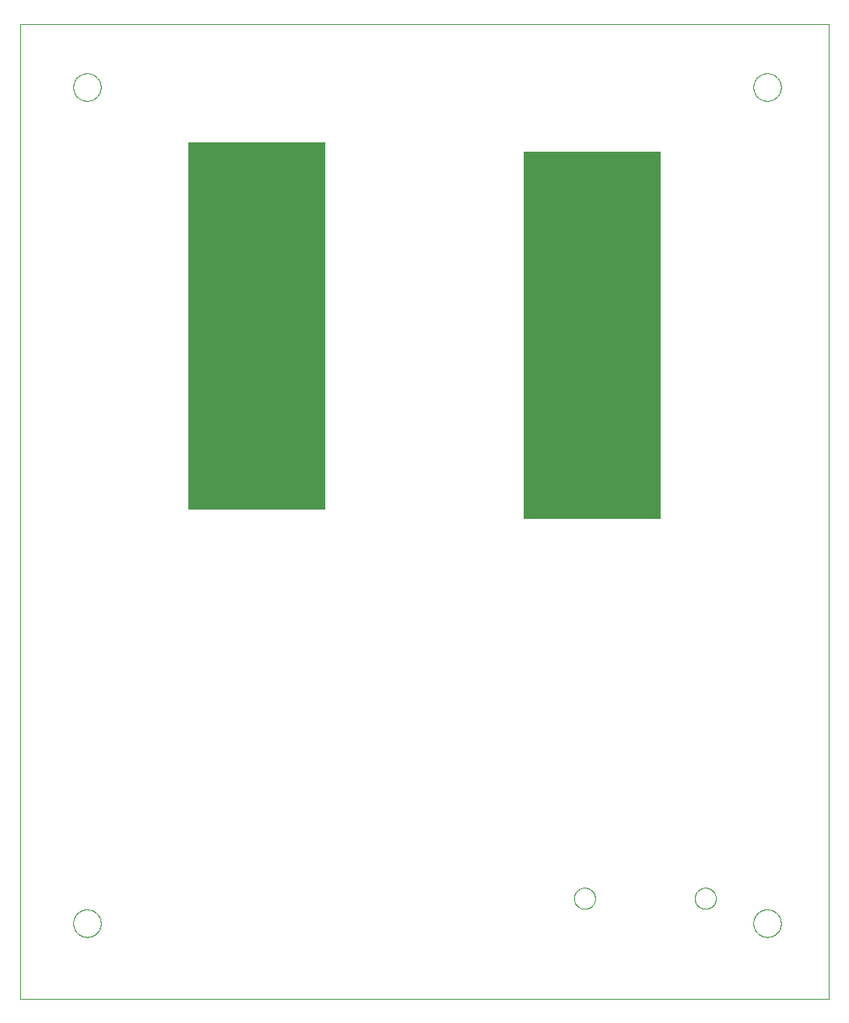
<source format=gbp>
G04 EAGLE Gerber RS-274X export*
G75*
%MOMM*%
%FSLAX34Y34*%
%LPD*%
%INSolder paste bottom*%
%IPPOS*%
%AMOC8*
5,1,8,0,0,1.08239X$1,22.5*%
G01*
%ADD10C,0.001000*%
%ADD11C,0.000000*%
%ADD12R,15.000000X40.000000*%


D10*
X12286Y7998D02*
X892286Y7998D01*
X892286Y1068368D01*
X12286Y1068368D01*
X12286Y7998D01*
D11*
X614800Y117099D02*
X614803Y117381D01*
X614814Y117663D01*
X614831Y117945D01*
X614855Y118226D01*
X614886Y118507D01*
X614924Y118786D01*
X614969Y119065D01*
X615021Y119343D01*
X615079Y119619D01*
X615145Y119893D01*
X615217Y120166D01*
X615295Y120437D01*
X615380Y120706D01*
X615472Y120973D01*
X615571Y121238D01*
X615675Y121500D01*
X615787Y121759D01*
X615904Y122016D01*
X616028Y122270D01*
X616158Y122520D01*
X616294Y122767D01*
X616436Y123011D01*
X616584Y123251D01*
X616738Y123488D01*
X616898Y123721D01*
X617063Y123950D01*
X617234Y124174D01*
X617410Y124395D01*
X617592Y124610D01*
X617779Y124822D01*
X617971Y125029D01*
X618168Y125231D01*
X618370Y125428D01*
X618577Y125620D01*
X618789Y125807D01*
X619004Y125989D01*
X619225Y126165D01*
X619449Y126336D01*
X619678Y126501D01*
X619911Y126661D01*
X620148Y126815D01*
X620388Y126963D01*
X620632Y127105D01*
X620879Y127241D01*
X621129Y127371D01*
X621383Y127495D01*
X621640Y127612D01*
X621899Y127724D01*
X622161Y127828D01*
X622426Y127927D01*
X622693Y128019D01*
X622962Y128104D01*
X623233Y128182D01*
X623506Y128254D01*
X623780Y128320D01*
X624056Y128378D01*
X624334Y128430D01*
X624613Y128475D01*
X624892Y128513D01*
X625173Y128544D01*
X625454Y128568D01*
X625736Y128585D01*
X626018Y128596D01*
X626300Y128599D01*
X626582Y128596D01*
X626864Y128585D01*
X627146Y128568D01*
X627427Y128544D01*
X627708Y128513D01*
X627987Y128475D01*
X628266Y128430D01*
X628544Y128378D01*
X628820Y128320D01*
X629094Y128254D01*
X629367Y128182D01*
X629638Y128104D01*
X629907Y128019D01*
X630174Y127927D01*
X630439Y127828D01*
X630701Y127724D01*
X630960Y127612D01*
X631217Y127495D01*
X631471Y127371D01*
X631721Y127241D01*
X631968Y127105D01*
X632212Y126963D01*
X632452Y126815D01*
X632689Y126661D01*
X632922Y126501D01*
X633151Y126336D01*
X633375Y126165D01*
X633596Y125989D01*
X633811Y125807D01*
X634023Y125620D01*
X634230Y125428D01*
X634432Y125231D01*
X634629Y125029D01*
X634821Y124822D01*
X635008Y124610D01*
X635190Y124395D01*
X635366Y124174D01*
X635537Y123950D01*
X635702Y123721D01*
X635862Y123488D01*
X636016Y123251D01*
X636164Y123011D01*
X636306Y122767D01*
X636442Y122520D01*
X636572Y122270D01*
X636696Y122016D01*
X636813Y121759D01*
X636925Y121500D01*
X637029Y121238D01*
X637128Y120973D01*
X637220Y120706D01*
X637305Y120437D01*
X637383Y120166D01*
X637455Y119893D01*
X637521Y119619D01*
X637579Y119343D01*
X637631Y119065D01*
X637676Y118786D01*
X637714Y118507D01*
X637745Y118226D01*
X637769Y117945D01*
X637786Y117663D01*
X637797Y117381D01*
X637800Y117099D01*
X637797Y116817D01*
X637786Y116535D01*
X637769Y116253D01*
X637745Y115972D01*
X637714Y115691D01*
X637676Y115412D01*
X637631Y115133D01*
X637579Y114855D01*
X637521Y114579D01*
X637455Y114305D01*
X637383Y114032D01*
X637305Y113761D01*
X637220Y113492D01*
X637128Y113225D01*
X637029Y112960D01*
X636925Y112698D01*
X636813Y112439D01*
X636696Y112182D01*
X636572Y111928D01*
X636442Y111678D01*
X636306Y111431D01*
X636164Y111187D01*
X636016Y110947D01*
X635862Y110710D01*
X635702Y110477D01*
X635537Y110248D01*
X635366Y110024D01*
X635190Y109803D01*
X635008Y109588D01*
X634821Y109376D01*
X634629Y109169D01*
X634432Y108967D01*
X634230Y108770D01*
X634023Y108578D01*
X633811Y108391D01*
X633596Y108209D01*
X633375Y108033D01*
X633151Y107862D01*
X632922Y107697D01*
X632689Y107537D01*
X632452Y107383D01*
X632212Y107235D01*
X631968Y107093D01*
X631721Y106957D01*
X631471Y106827D01*
X631217Y106703D01*
X630960Y106586D01*
X630701Y106474D01*
X630439Y106370D01*
X630174Y106271D01*
X629907Y106179D01*
X629638Y106094D01*
X629367Y106016D01*
X629094Y105944D01*
X628820Y105878D01*
X628544Y105820D01*
X628266Y105768D01*
X627987Y105723D01*
X627708Y105685D01*
X627427Y105654D01*
X627146Y105630D01*
X626864Y105613D01*
X626582Y105602D01*
X626300Y105599D01*
X626018Y105602D01*
X625736Y105613D01*
X625454Y105630D01*
X625173Y105654D01*
X624892Y105685D01*
X624613Y105723D01*
X624334Y105768D01*
X624056Y105820D01*
X623780Y105878D01*
X623506Y105944D01*
X623233Y106016D01*
X622962Y106094D01*
X622693Y106179D01*
X622426Y106271D01*
X622161Y106370D01*
X621899Y106474D01*
X621640Y106586D01*
X621383Y106703D01*
X621129Y106827D01*
X620879Y106957D01*
X620632Y107093D01*
X620388Y107235D01*
X620148Y107383D01*
X619911Y107537D01*
X619678Y107697D01*
X619449Y107862D01*
X619225Y108033D01*
X619004Y108209D01*
X618789Y108391D01*
X618577Y108578D01*
X618370Y108770D01*
X618168Y108967D01*
X617971Y109169D01*
X617779Y109376D01*
X617592Y109588D01*
X617410Y109803D01*
X617234Y110024D01*
X617063Y110248D01*
X616898Y110477D01*
X616738Y110710D01*
X616584Y110947D01*
X616436Y111187D01*
X616294Y111431D01*
X616158Y111678D01*
X616028Y111928D01*
X615904Y112182D01*
X615787Y112439D01*
X615675Y112698D01*
X615571Y112960D01*
X615472Y113225D01*
X615380Y113492D01*
X615295Y113761D01*
X615217Y114032D01*
X615145Y114305D01*
X615079Y114579D01*
X615021Y114855D01*
X614969Y115133D01*
X614924Y115412D01*
X614886Y115691D01*
X614855Y115972D01*
X614831Y116253D01*
X614814Y116535D01*
X614803Y116817D01*
X614800Y117099D01*
X746200Y117099D02*
X746203Y117381D01*
X746214Y117663D01*
X746231Y117945D01*
X746255Y118226D01*
X746286Y118507D01*
X746324Y118786D01*
X746369Y119065D01*
X746421Y119343D01*
X746479Y119619D01*
X746545Y119893D01*
X746617Y120166D01*
X746695Y120437D01*
X746780Y120706D01*
X746872Y120973D01*
X746971Y121238D01*
X747075Y121500D01*
X747187Y121759D01*
X747304Y122016D01*
X747428Y122270D01*
X747558Y122520D01*
X747694Y122767D01*
X747836Y123011D01*
X747984Y123251D01*
X748138Y123488D01*
X748298Y123721D01*
X748463Y123950D01*
X748634Y124174D01*
X748810Y124395D01*
X748992Y124610D01*
X749179Y124822D01*
X749371Y125029D01*
X749568Y125231D01*
X749770Y125428D01*
X749977Y125620D01*
X750189Y125807D01*
X750404Y125989D01*
X750625Y126165D01*
X750849Y126336D01*
X751078Y126501D01*
X751311Y126661D01*
X751548Y126815D01*
X751788Y126963D01*
X752032Y127105D01*
X752279Y127241D01*
X752529Y127371D01*
X752783Y127495D01*
X753040Y127612D01*
X753299Y127724D01*
X753561Y127828D01*
X753826Y127927D01*
X754093Y128019D01*
X754362Y128104D01*
X754633Y128182D01*
X754906Y128254D01*
X755180Y128320D01*
X755456Y128378D01*
X755734Y128430D01*
X756013Y128475D01*
X756292Y128513D01*
X756573Y128544D01*
X756854Y128568D01*
X757136Y128585D01*
X757418Y128596D01*
X757700Y128599D01*
X757982Y128596D01*
X758264Y128585D01*
X758546Y128568D01*
X758827Y128544D01*
X759108Y128513D01*
X759387Y128475D01*
X759666Y128430D01*
X759944Y128378D01*
X760220Y128320D01*
X760494Y128254D01*
X760767Y128182D01*
X761038Y128104D01*
X761307Y128019D01*
X761574Y127927D01*
X761839Y127828D01*
X762101Y127724D01*
X762360Y127612D01*
X762617Y127495D01*
X762871Y127371D01*
X763121Y127241D01*
X763368Y127105D01*
X763612Y126963D01*
X763852Y126815D01*
X764089Y126661D01*
X764322Y126501D01*
X764551Y126336D01*
X764775Y126165D01*
X764996Y125989D01*
X765211Y125807D01*
X765423Y125620D01*
X765630Y125428D01*
X765832Y125231D01*
X766029Y125029D01*
X766221Y124822D01*
X766408Y124610D01*
X766590Y124395D01*
X766766Y124174D01*
X766937Y123950D01*
X767102Y123721D01*
X767262Y123488D01*
X767416Y123251D01*
X767564Y123011D01*
X767706Y122767D01*
X767842Y122520D01*
X767972Y122270D01*
X768096Y122016D01*
X768213Y121759D01*
X768325Y121500D01*
X768429Y121238D01*
X768528Y120973D01*
X768620Y120706D01*
X768705Y120437D01*
X768783Y120166D01*
X768855Y119893D01*
X768921Y119619D01*
X768979Y119343D01*
X769031Y119065D01*
X769076Y118786D01*
X769114Y118507D01*
X769145Y118226D01*
X769169Y117945D01*
X769186Y117663D01*
X769197Y117381D01*
X769200Y117099D01*
X769197Y116817D01*
X769186Y116535D01*
X769169Y116253D01*
X769145Y115972D01*
X769114Y115691D01*
X769076Y115412D01*
X769031Y115133D01*
X768979Y114855D01*
X768921Y114579D01*
X768855Y114305D01*
X768783Y114032D01*
X768705Y113761D01*
X768620Y113492D01*
X768528Y113225D01*
X768429Y112960D01*
X768325Y112698D01*
X768213Y112439D01*
X768096Y112182D01*
X767972Y111928D01*
X767842Y111678D01*
X767706Y111431D01*
X767564Y111187D01*
X767416Y110947D01*
X767262Y110710D01*
X767102Y110477D01*
X766937Y110248D01*
X766766Y110024D01*
X766590Y109803D01*
X766408Y109588D01*
X766221Y109376D01*
X766029Y109169D01*
X765832Y108967D01*
X765630Y108770D01*
X765423Y108578D01*
X765211Y108391D01*
X764996Y108209D01*
X764775Y108033D01*
X764551Y107862D01*
X764322Y107697D01*
X764089Y107537D01*
X763852Y107383D01*
X763612Y107235D01*
X763368Y107093D01*
X763121Y106957D01*
X762871Y106827D01*
X762617Y106703D01*
X762360Y106586D01*
X762101Y106474D01*
X761839Y106370D01*
X761574Y106271D01*
X761307Y106179D01*
X761038Y106094D01*
X760767Y106016D01*
X760494Y105944D01*
X760220Y105878D01*
X759944Y105820D01*
X759666Y105768D01*
X759387Y105723D01*
X759108Y105685D01*
X758827Y105654D01*
X758546Y105630D01*
X758264Y105613D01*
X757982Y105602D01*
X757700Y105599D01*
X757418Y105602D01*
X757136Y105613D01*
X756854Y105630D01*
X756573Y105654D01*
X756292Y105685D01*
X756013Y105723D01*
X755734Y105768D01*
X755456Y105820D01*
X755180Y105878D01*
X754906Y105944D01*
X754633Y106016D01*
X754362Y106094D01*
X754093Y106179D01*
X753826Y106271D01*
X753561Y106370D01*
X753299Y106474D01*
X753040Y106586D01*
X752783Y106703D01*
X752529Y106827D01*
X752279Y106957D01*
X752032Y107093D01*
X751788Y107235D01*
X751548Y107383D01*
X751311Y107537D01*
X751078Y107697D01*
X750849Y107862D01*
X750625Y108033D01*
X750404Y108209D01*
X750189Y108391D01*
X749977Y108578D01*
X749770Y108770D01*
X749568Y108967D01*
X749371Y109169D01*
X749179Y109376D01*
X748992Y109588D01*
X748810Y109803D01*
X748634Y110024D01*
X748463Y110248D01*
X748298Y110477D01*
X748138Y110710D01*
X747984Y110947D01*
X747836Y111187D01*
X747694Y111431D01*
X747558Y111678D01*
X747428Y111928D01*
X747304Y112182D01*
X747187Y112439D01*
X747075Y112698D01*
X746971Y112960D01*
X746872Y113225D01*
X746780Y113492D01*
X746695Y113761D01*
X746617Y114032D01*
X746545Y114305D01*
X746479Y114579D01*
X746421Y114855D01*
X746369Y115133D01*
X746324Y115412D01*
X746286Y115691D01*
X746255Y115972D01*
X746231Y116253D01*
X746214Y116535D01*
X746203Y116817D01*
X746200Y117099D01*
D12*
X635000Y730000D03*
X270000Y740000D03*
D11*
X70000Y90000D02*
X70005Y90368D01*
X70018Y90736D01*
X70041Y91103D01*
X70072Y91470D01*
X70113Y91836D01*
X70162Y92201D01*
X70221Y92564D01*
X70288Y92926D01*
X70364Y93287D01*
X70450Y93645D01*
X70543Y94001D01*
X70646Y94354D01*
X70757Y94705D01*
X70877Y95053D01*
X71005Y95398D01*
X71142Y95740D01*
X71287Y96079D01*
X71440Y96413D01*
X71602Y96744D01*
X71771Y97071D01*
X71949Y97393D01*
X72134Y97712D01*
X72327Y98025D01*
X72528Y98334D01*
X72736Y98637D01*
X72952Y98935D01*
X73175Y99228D01*
X73405Y99516D01*
X73642Y99798D01*
X73886Y100073D01*
X74136Y100343D01*
X74393Y100607D01*
X74657Y100864D01*
X74927Y101114D01*
X75202Y101358D01*
X75484Y101595D01*
X75772Y101825D01*
X76065Y102048D01*
X76363Y102264D01*
X76666Y102472D01*
X76975Y102673D01*
X77288Y102866D01*
X77607Y103051D01*
X77929Y103229D01*
X78256Y103398D01*
X78587Y103560D01*
X78921Y103713D01*
X79260Y103858D01*
X79602Y103995D01*
X79947Y104123D01*
X80295Y104243D01*
X80646Y104354D01*
X80999Y104457D01*
X81355Y104550D01*
X81713Y104636D01*
X82074Y104712D01*
X82436Y104779D01*
X82799Y104838D01*
X83164Y104887D01*
X83530Y104928D01*
X83897Y104959D01*
X84264Y104982D01*
X84632Y104995D01*
X85000Y105000D01*
X85368Y104995D01*
X85736Y104982D01*
X86103Y104959D01*
X86470Y104928D01*
X86836Y104887D01*
X87201Y104838D01*
X87564Y104779D01*
X87926Y104712D01*
X88287Y104636D01*
X88645Y104550D01*
X89001Y104457D01*
X89354Y104354D01*
X89705Y104243D01*
X90053Y104123D01*
X90398Y103995D01*
X90740Y103858D01*
X91079Y103713D01*
X91413Y103560D01*
X91744Y103398D01*
X92071Y103229D01*
X92393Y103051D01*
X92712Y102866D01*
X93025Y102673D01*
X93334Y102472D01*
X93637Y102264D01*
X93935Y102048D01*
X94228Y101825D01*
X94516Y101595D01*
X94798Y101358D01*
X95073Y101114D01*
X95343Y100864D01*
X95607Y100607D01*
X95864Y100343D01*
X96114Y100073D01*
X96358Y99798D01*
X96595Y99516D01*
X96825Y99228D01*
X97048Y98935D01*
X97264Y98637D01*
X97472Y98334D01*
X97673Y98025D01*
X97866Y97712D01*
X98051Y97393D01*
X98229Y97071D01*
X98398Y96744D01*
X98560Y96413D01*
X98713Y96079D01*
X98858Y95740D01*
X98995Y95398D01*
X99123Y95053D01*
X99243Y94705D01*
X99354Y94354D01*
X99457Y94001D01*
X99550Y93645D01*
X99636Y93287D01*
X99712Y92926D01*
X99779Y92564D01*
X99838Y92201D01*
X99887Y91836D01*
X99928Y91470D01*
X99959Y91103D01*
X99982Y90736D01*
X99995Y90368D01*
X100000Y90000D01*
X99995Y89632D01*
X99982Y89264D01*
X99959Y88897D01*
X99928Y88530D01*
X99887Y88164D01*
X99838Y87799D01*
X99779Y87436D01*
X99712Y87074D01*
X99636Y86713D01*
X99550Y86355D01*
X99457Y85999D01*
X99354Y85646D01*
X99243Y85295D01*
X99123Y84947D01*
X98995Y84602D01*
X98858Y84260D01*
X98713Y83921D01*
X98560Y83587D01*
X98398Y83256D01*
X98229Y82929D01*
X98051Y82607D01*
X97866Y82288D01*
X97673Y81975D01*
X97472Y81666D01*
X97264Y81363D01*
X97048Y81065D01*
X96825Y80772D01*
X96595Y80484D01*
X96358Y80202D01*
X96114Y79927D01*
X95864Y79657D01*
X95607Y79393D01*
X95343Y79136D01*
X95073Y78886D01*
X94798Y78642D01*
X94516Y78405D01*
X94228Y78175D01*
X93935Y77952D01*
X93637Y77736D01*
X93334Y77528D01*
X93025Y77327D01*
X92712Y77134D01*
X92393Y76949D01*
X92071Y76771D01*
X91744Y76602D01*
X91413Y76440D01*
X91079Y76287D01*
X90740Y76142D01*
X90398Y76005D01*
X90053Y75877D01*
X89705Y75757D01*
X89354Y75646D01*
X89001Y75543D01*
X88645Y75450D01*
X88287Y75364D01*
X87926Y75288D01*
X87564Y75221D01*
X87201Y75162D01*
X86836Y75113D01*
X86470Y75072D01*
X86103Y75041D01*
X85736Y75018D01*
X85368Y75005D01*
X85000Y75000D01*
X84632Y75005D01*
X84264Y75018D01*
X83897Y75041D01*
X83530Y75072D01*
X83164Y75113D01*
X82799Y75162D01*
X82436Y75221D01*
X82074Y75288D01*
X81713Y75364D01*
X81355Y75450D01*
X80999Y75543D01*
X80646Y75646D01*
X80295Y75757D01*
X79947Y75877D01*
X79602Y76005D01*
X79260Y76142D01*
X78921Y76287D01*
X78587Y76440D01*
X78256Y76602D01*
X77929Y76771D01*
X77607Y76949D01*
X77288Y77134D01*
X76975Y77327D01*
X76666Y77528D01*
X76363Y77736D01*
X76065Y77952D01*
X75772Y78175D01*
X75484Y78405D01*
X75202Y78642D01*
X74927Y78886D01*
X74657Y79136D01*
X74393Y79393D01*
X74136Y79657D01*
X73886Y79927D01*
X73642Y80202D01*
X73405Y80484D01*
X73175Y80772D01*
X72952Y81065D01*
X72736Y81363D01*
X72528Y81666D01*
X72327Y81975D01*
X72134Y82288D01*
X71949Y82607D01*
X71771Y82929D01*
X71602Y83256D01*
X71440Y83587D01*
X71287Y83921D01*
X71142Y84260D01*
X71005Y84602D01*
X70877Y84947D01*
X70757Y85295D01*
X70646Y85646D01*
X70543Y85999D01*
X70450Y86355D01*
X70364Y86713D01*
X70288Y87074D01*
X70221Y87436D01*
X70162Y87799D01*
X70113Y88164D01*
X70072Y88530D01*
X70041Y88897D01*
X70018Y89264D01*
X70005Y89632D01*
X70000Y90000D01*
X810000Y90000D02*
X810005Y90368D01*
X810018Y90736D01*
X810041Y91103D01*
X810072Y91470D01*
X810113Y91836D01*
X810162Y92201D01*
X810221Y92564D01*
X810288Y92926D01*
X810364Y93287D01*
X810450Y93645D01*
X810543Y94001D01*
X810646Y94354D01*
X810757Y94705D01*
X810877Y95053D01*
X811005Y95398D01*
X811142Y95740D01*
X811287Y96079D01*
X811440Y96413D01*
X811602Y96744D01*
X811771Y97071D01*
X811949Y97393D01*
X812134Y97712D01*
X812327Y98025D01*
X812528Y98334D01*
X812736Y98637D01*
X812952Y98935D01*
X813175Y99228D01*
X813405Y99516D01*
X813642Y99798D01*
X813886Y100073D01*
X814136Y100343D01*
X814393Y100607D01*
X814657Y100864D01*
X814927Y101114D01*
X815202Y101358D01*
X815484Y101595D01*
X815772Y101825D01*
X816065Y102048D01*
X816363Y102264D01*
X816666Y102472D01*
X816975Y102673D01*
X817288Y102866D01*
X817607Y103051D01*
X817929Y103229D01*
X818256Y103398D01*
X818587Y103560D01*
X818921Y103713D01*
X819260Y103858D01*
X819602Y103995D01*
X819947Y104123D01*
X820295Y104243D01*
X820646Y104354D01*
X820999Y104457D01*
X821355Y104550D01*
X821713Y104636D01*
X822074Y104712D01*
X822436Y104779D01*
X822799Y104838D01*
X823164Y104887D01*
X823530Y104928D01*
X823897Y104959D01*
X824264Y104982D01*
X824632Y104995D01*
X825000Y105000D01*
X825368Y104995D01*
X825736Y104982D01*
X826103Y104959D01*
X826470Y104928D01*
X826836Y104887D01*
X827201Y104838D01*
X827564Y104779D01*
X827926Y104712D01*
X828287Y104636D01*
X828645Y104550D01*
X829001Y104457D01*
X829354Y104354D01*
X829705Y104243D01*
X830053Y104123D01*
X830398Y103995D01*
X830740Y103858D01*
X831079Y103713D01*
X831413Y103560D01*
X831744Y103398D01*
X832071Y103229D01*
X832393Y103051D01*
X832712Y102866D01*
X833025Y102673D01*
X833334Y102472D01*
X833637Y102264D01*
X833935Y102048D01*
X834228Y101825D01*
X834516Y101595D01*
X834798Y101358D01*
X835073Y101114D01*
X835343Y100864D01*
X835607Y100607D01*
X835864Y100343D01*
X836114Y100073D01*
X836358Y99798D01*
X836595Y99516D01*
X836825Y99228D01*
X837048Y98935D01*
X837264Y98637D01*
X837472Y98334D01*
X837673Y98025D01*
X837866Y97712D01*
X838051Y97393D01*
X838229Y97071D01*
X838398Y96744D01*
X838560Y96413D01*
X838713Y96079D01*
X838858Y95740D01*
X838995Y95398D01*
X839123Y95053D01*
X839243Y94705D01*
X839354Y94354D01*
X839457Y94001D01*
X839550Y93645D01*
X839636Y93287D01*
X839712Y92926D01*
X839779Y92564D01*
X839838Y92201D01*
X839887Y91836D01*
X839928Y91470D01*
X839959Y91103D01*
X839982Y90736D01*
X839995Y90368D01*
X840000Y90000D01*
X839995Y89632D01*
X839982Y89264D01*
X839959Y88897D01*
X839928Y88530D01*
X839887Y88164D01*
X839838Y87799D01*
X839779Y87436D01*
X839712Y87074D01*
X839636Y86713D01*
X839550Y86355D01*
X839457Y85999D01*
X839354Y85646D01*
X839243Y85295D01*
X839123Y84947D01*
X838995Y84602D01*
X838858Y84260D01*
X838713Y83921D01*
X838560Y83587D01*
X838398Y83256D01*
X838229Y82929D01*
X838051Y82607D01*
X837866Y82288D01*
X837673Y81975D01*
X837472Y81666D01*
X837264Y81363D01*
X837048Y81065D01*
X836825Y80772D01*
X836595Y80484D01*
X836358Y80202D01*
X836114Y79927D01*
X835864Y79657D01*
X835607Y79393D01*
X835343Y79136D01*
X835073Y78886D01*
X834798Y78642D01*
X834516Y78405D01*
X834228Y78175D01*
X833935Y77952D01*
X833637Y77736D01*
X833334Y77528D01*
X833025Y77327D01*
X832712Y77134D01*
X832393Y76949D01*
X832071Y76771D01*
X831744Y76602D01*
X831413Y76440D01*
X831079Y76287D01*
X830740Y76142D01*
X830398Y76005D01*
X830053Y75877D01*
X829705Y75757D01*
X829354Y75646D01*
X829001Y75543D01*
X828645Y75450D01*
X828287Y75364D01*
X827926Y75288D01*
X827564Y75221D01*
X827201Y75162D01*
X826836Y75113D01*
X826470Y75072D01*
X826103Y75041D01*
X825736Y75018D01*
X825368Y75005D01*
X825000Y75000D01*
X824632Y75005D01*
X824264Y75018D01*
X823897Y75041D01*
X823530Y75072D01*
X823164Y75113D01*
X822799Y75162D01*
X822436Y75221D01*
X822074Y75288D01*
X821713Y75364D01*
X821355Y75450D01*
X820999Y75543D01*
X820646Y75646D01*
X820295Y75757D01*
X819947Y75877D01*
X819602Y76005D01*
X819260Y76142D01*
X818921Y76287D01*
X818587Y76440D01*
X818256Y76602D01*
X817929Y76771D01*
X817607Y76949D01*
X817288Y77134D01*
X816975Y77327D01*
X816666Y77528D01*
X816363Y77736D01*
X816065Y77952D01*
X815772Y78175D01*
X815484Y78405D01*
X815202Y78642D01*
X814927Y78886D01*
X814657Y79136D01*
X814393Y79393D01*
X814136Y79657D01*
X813886Y79927D01*
X813642Y80202D01*
X813405Y80484D01*
X813175Y80772D01*
X812952Y81065D01*
X812736Y81363D01*
X812528Y81666D01*
X812327Y81975D01*
X812134Y82288D01*
X811949Y82607D01*
X811771Y82929D01*
X811602Y83256D01*
X811440Y83587D01*
X811287Y83921D01*
X811142Y84260D01*
X811005Y84602D01*
X810877Y84947D01*
X810757Y85295D01*
X810646Y85646D01*
X810543Y85999D01*
X810450Y86355D01*
X810364Y86713D01*
X810288Y87074D01*
X810221Y87436D01*
X810162Y87799D01*
X810113Y88164D01*
X810072Y88530D01*
X810041Y88897D01*
X810018Y89264D01*
X810005Y89632D01*
X810000Y90000D01*
X810000Y1000000D02*
X810005Y1000368D01*
X810018Y1000736D01*
X810041Y1001103D01*
X810072Y1001470D01*
X810113Y1001836D01*
X810162Y1002201D01*
X810221Y1002564D01*
X810288Y1002926D01*
X810364Y1003287D01*
X810450Y1003645D01*
X810543Y1004001D01*
X810646Y1004354D01*
X810757Y1004705D01*
X810877Y1005053D01*
X811005Y1005398D01*
X811142Y1005740D01*
X811287Y1006079D01*
X811440Y1006413D01*
X811602Y1006744D01*
X811771Y1007071D01*
X811949Y1007393D01*
X812134Y1007712D01*
X812327Y1008025D01*
X812528Y1008334D01*
X812736Y1008637D01*
X812952Y1008935D01*
X813175Y1009228D01*
X813405Y1009516D01*
X813642Y1009798D01*
X813886Y1010073D01*
X814136Y1010343D01*
X814393Y1010607D01*
X814657Y1010864D01*
X814927Y1011114D01*
X815202Y1011358D01*
X815484Y1011595D01*
X815772Y1011825D01*
X816065Y1012048D01*
X816363Y1012264D01*
X816666Y1012472D01*
X816975Y1012673D01*
X817288Y1012866D01*
X817607Y1013051D01*
X817929Y1013229D01*
X818256Y1013398D01*
X818587Y1013560D01*
X818921Y1013713D01*
X819260Y1013858D01*
X819602Y1013995D01*
X819947Y1014123D01*
X820295Y1014243D01*
X820646Y1014354D01*
X820999Y1014457D01*
X821355Y1014550D01*
X821713Y1014636D01*
X822074Y1014712D01*
X822436Y1014779D01*
X822799Y1014838D01*
X823164Y1014887D01*
X823530Y1014928D01*
X823897Y1014959D01*
X824264Y1014982D01*
X824632Y1014995D01*
X825000Y1015000D01*
X825368Y1014995D01*
X825736Y1014982D01*
X826103Y1014959D01*
X826470Y1014928D01*
X826836Y1014887D01*
X827201Y1014838D01*
X827564Y1014779D01*
X827926Y1014712D01*
X828287Y1014636D01*
X828645Y1014550D01*
X829001Y1014457D01*
X829354Y1014354D01*
X829705Y1014243D01*
X830053Y1014123D01*
X830398Y1013995D01*
X830740Y1013858D01*
X831079Y1013713D01*
X831413Y1013560D01*
X831744Y1013398D01*
X832071Y1013229D01*
X832393Y1013051D01*
X832712Y1012866D01*
X833025Y1012673D01*
X833334Y1012472D01*
X833637Y1012264D01*
X833935Y1012048D01*
X834228Y1011825D01*
X834516Y1011595D01*
X834798Y1011358D01*
X835073Y1011114D01*
X835343Y1010864D01*
X835607Y1010607D01*
X835864Y1010343D01*
X836114Y1010073D01*
X836358Y1009798D01*
X836595Y1009516D01*
X836825Y1009228D01*
X837048Y1008935D01*
X837264Y1008637D01*
X837472Y1008334D01*
X837673Y1008025D01*
X837866Y1007712D01*
X838051Y1007393D01*
X838229Y1007071D01*
X838398Y1006744D01*
X838560Y1006413D01*
X838713Y1006079D01*
X838858Y1005740D01*
X838995Y1005398D01*
X839123Y1005053D01*
X839243Y1004705D01*
X839354Y1004354D01*
X839457Y1004001D01*
X839550Y1003645D01*
X839636Y1003287D01*
X839712Y1002926D01*
X839779Y1002564D01*
X839838Y1002201D01*
X839887Y1001836D01*
X839928Y1001470D01*
X839959Y1001103D01*
X839982Y1000736D01*
X839995Y1000368D01*
X840000Y1000000D01*
X839995Y999632D01*
X839982Y999264D01*
X839959Y998897D01*
X839928Y998530D01*
X839887Y998164D01*
X839838Y997799D01*
X839779Y997436D01*
X839712Y997074D01*
X839636Y996713D01*
X839550Y996355D01*
X839457Y995999D01*
X839354Y995646D01*
X839243Y995295D01*
X839123Y994947D01*
X838995Y994602D01*
X838858Y994260D01*
X838713Y993921D01*
X838560Y993587D01*
X838398Y993256D01*
X838229Y992929D01*
X838051Y992607D01*
X837866Y992288D01*
X837673Y991975D01*
X837472Y991666D01*
X837264Y991363D01*
X837048Y991065D01*
X836825Y990772D01*
X836595Y990484D01*
X836358Y990202D01*
X836114Y989927D01*
X835864Y989657D01*
X835607Y989393D01*
X835343Y989136D01*
X835073Y988886D01*
X834798Y988642D01*
X834516Y988405D01*
X834228Y988175D01*
X833935Y987952D01*
X833637Y987736D01*
X833334Y987528D01*
X833025Y987327D01*
X832712Y987134D01*
X832393Y986949D01*
X832071Y986771D01*
X831744Y986602D01*
X831413Y986440D01*
X831079Y986287D01*
X830740Y986142D01*
X830398Y986005D01*
X830053Y985877D01*
X829705Y985757D01*
X829354Y985646D01*
X829001Y985543D01*
X828645Y985450D01*
X828287Y985364D01*
X827926Y985288D01*
X827564Y985221D01*
X827201Y985162D01*
X826836Y985113D01*
X826470Y985072D01*
X826103Y985041D01*
X825736Y985018D01*
X825368Y985005D01*
X825000Y985000D01*
X824632Y985005D01*
X824264Y985018D01*
X823897Y985041D01*
X823530Y985072D01*
X823164Y985113D01*
X822799Y985162D01*
X822436Y985221D01*
X822074Y985288D01*
X821713Y985364D01*
X821355Y985450D01*
X820999Y985543D01*
X820646Y985646D01*
X820295Y985757D01*
X819947Y985877D01*
X819602Y986005D01*
X819260Y986142D01*
X818921Y986287D01*
X818587Y986440D01*
X818256Y986602D01*
X817929Y986771D01*
X817607Y986949D01*
X817288Y987134D01*
X816975Y987327D01*
X816666Y987528D01*
X816363Y987736D01*
X816065Y987952D01*
X815772Y988175D01*
X815484Y988405D01*
X815202Y988642D01*
X814927Y988886D01*
X814657Y989136D01*
X814393Y989393D01*
X814136Y989657D01*
X813886Y989927D01*
X813642Y990202D01*
X813405Y990484D01*
X813175Y990772D01*
X812952Y991065D01*
X812736Y991363D01*
X812528Y991666D01*
X812327Y991975D01*
X812134Y992288D01*
X811949Y992607D01*
X811771Y992929D01*
X811602Y993256D01*
X811440Y993587D01*
X811287Y993921D01*
X811142Y994260D01*
X811005Y994602D01*
X810877Y994947D01*
X810757Y995295D01*
X810646Y995646D01*
X810543Y995999D01*
X810450Y996355D01*
X810364Y996713D01*
X810288Y997074D01*
X810221Y997436D01*
X810162Y997799D01*
X810113Y998164D01*
X810072Y998530D01*
X810041Y998897D01*
X810018Y999264D01*
X810005Y999632D01*
X810000Y1000000D01*
X70000Y1000000D02*
X70005Y1000368D01*
X70018Y1000736D01*
X70041Y1001103D01*
X70072Y1001470D01*
X70113Y1001836D01*
X70162Y1002201D01*
X70221Y1002564D01*
X70288Y1002926D01*
X70364Y1003287D01*
X70450Y1003645D01*
X70543Y1004001D01*
X70646Y1004354D01*
X70757Y1004705D01*
X70877Y1005053D01*
X71005Y1005398D01*
X71142Y1005740D01*
X71287Y1006079D01*
X71440Y1006413D01*
X71602Y1006744D01*
X71771Y1007071D01*
X71949Y1007393D01*
X72134Y1007712D01*
X72327Y1008025D01*
X72528Y1008334D01*
X72736Y1008637D01*
X72952Y1008935D01*
X73175Y1009228D01*
X73405Y1009516D01*
X73642Y1009798D01*
X73886Y1010073D01*
X74136Y1010343D01*
X74393Y1010607D01*
X74657Y1010864D01*
X74927Y1011114D01*
X75202Y1011358D01*
X75484Y1011595D01*
X75772Y1011825D01*
X76065Y1012048D01*
X76363Y1012264D01*
X76666Y1012472D01*
X76975Y1012673D01*
X77288Y1012866D01*
X77607Y1013051D01*
X77929Y1013229D01*
X78256Y1013398D01*
X78587Y1013560D01*
X78921Y1013713D01*
X79260Y1013858D01*
X79602Y1013995D01*
X79947Y1014123D01*
X80295Y1014243D01*
X80646Y1014354D01*
X80999Y1014457D01*
X81355Y1014550D01*
X81713Y1014636D01*
X82074Y1014712D01*
X82436Y1014779D01*
X82799Y1014838D01*
X83164Y1014887D01*
X83530Y1014928D01*
X83897Y1014959D01*
X84264Y1014982D01*
X84632Y1014995D01*
X85000Y1015000D01*
X85368Y1014995D01*
X85736Y1014982D01*
X86103Y1014959D01*
X86470Y1014928D01*
X86836Y1014887D01*
X87201Y1014838D01*
X87564Y1014779D01*
X87926Y1014712D01*
X88287Y1014636D01*
X88645Y1014550D01*
X89001Y1014457D01*
X89354Y1014354D01*
X89705Y1014243D01*
X90053Y1014123D01*
X90398Y1013995D01*
X90740Y1013858D01*
X91079Y1013713D01*
X91413Y1013560D01*
X91744Y1013398D01*
X92071Y1013229D01*
X92393Y1013051D01*
X92712Y1012866D01*
X93025Y1012673D01*
X93334Y1012472D01*
X93637Y1012264D01*
X93935Y1012048D01*
X94228Y1011825D01*
X94516Y1011595D01*
X94798Y1011358D01*
X95073Y1011114D01*
X95343Y1010864D01*
X95607Y1010607D01*
X95864Y1010343D01*
X96114Y1010073D01*
X96358Y1009798D01*
X96595Y1009516D01*
X96825Y1009228D01*
X97048Y1008935D01*
X97264Y1008637D01*
X97472Y1008334D01*
X97673Y1008025D01*
X97866Y1007712D01*
X98051Y1007393D01*
X98229Y1007071D01*
X98398Y1006744D01*
X98560Y1006413D01*
X98713Y1006079D01*
X98858Y1005740D01*
X98995Y1005398D01*
X99123Y1005053D01*
X99243Y1004705D01*
X99354Y1004354D01*
X99457Y1004001D01*
X99550Y1003645D01*
X99636Y1003287D01*
X99712Y1002926D01*
X99779Y1002564D01*
X99838Y1002201D01*
X99887Y1001836D01*
X99928Y1001470D01*
X99959Y1001103D01*
X99982Y1000736D01*
X99995Y1000368D01*
X100000Y1000000D01*
X99995Y999632D01*
X99982Y999264D01*
X99959Y998897D01*
X99928Y998530D01*
X99887Y998164D01*
X99838Y997799D01*
X99779Y997436D01*
X99712Y997074D01*
X99636Y996713D01*
X99550Y996355D01*
X99457Y995999D01*
X99354Y995646D01*
X99243Y995295D01*
X99123Y994947D01*
X98995Y994602D01*
X98858Y994260D01*
X98713Y993921D01*
X98560Y993587D01*
X98398Y993256D01*
X98229Y992929D01*
X98051Y992607D01*
X97866Y992288D01*
X97673Y991975D01*
X97472Y991666D01*
X97264Y991363D01*
X97048Y991065D01*
X96825Y990772D01*
X96595Y990484D01*
X96358Y990202D01*
X96114Y989927D01*
X95864Y989657D01*
X95607Y989393D01*
X95343Y989136D01*
X95073Y988886D01*
X94798Y988642D01*
X94516Y988405D01*
X94228Y988175D01*
X93935Y987952D01*
X93637Y987736D01*
X93334Y987528D01*
X93025Y987327D01*
X92712Y987134D01*
X92393Y986949D01*
X92071Y986771D01*
X91744Y986602D01*
X91413Y986440D01*
X91079Y986287D01*
X90740Y986142D01*
X90398Y986005D01*
X90053Y985877D01*
X89705Y985757D01*
X89354Y985646D01*
X89001Y985543D01*
X88645Y985450D01*
X88287Y985364D01*
X87926Y985288D01*
X87564Y985221D01*
X87201Y985162D01*
X86836Y985113D01*
X86470Y985072D01*
X86103Y985041D01*
X85736Y985018D01*
X85368Y985005D01*
X85000Y985000D01*
X84632Y985005D01*
X84264Y985018D01*
X83897Y985041D01*
X83530Y985072D01*
X83164Y985113D01*
X82799Y985162D01*
X82436Y985221D01*
X82074Y985288D01*
X81713Y985364D01*
X81355Y985450D01*
X80999Y985543D01*
X80646Y985646D01*
X80295Y985757D01*
X79947Y985877D01*
X79602Y986005D01*
X79260Y986142D01*
X78921Y986287D01*
X78587Y986440D01*
X78256Y986602D01*
X77929Y986771D01*
X77607Y986949D01*
X77288Y987134D01*
X76975Y987327D01*
X76666Y987528D01*
X76363Y987736D01*
X76065Y987952D01*
X75772Y988175D01*
X75484Y988405D01*
X75202Y988642D01*
X74927Y988886D01*
X74657Y989136D01*
X74393Y989393D01*
X74136Y989657D01*
X73886Y989927D01*
X73642Y990202D01*
X73405Y990484D01*
X73175Y990772D01*
X72952Y991065D01*
X72736Y991363D01*
X72528Y991666D01*
X72327Y991975D01*
X72134Y992288D01*
X71949Y992607D01*
X71771Y992929D01*
X71602Y993256D01*
X71440Y993587D01*
X71287Y993921D01*
X71142Y994260D01*
X71005Y994602D01*
X70877Y994947D01*
X70757Y995295D01*
X70646Y995646D01*
X70543Y995999D01*
X70450Y996355D01*
X70364Y996713D01*
X70288Y997074D01*
X70221Y997436D01*
X70162Y997799D01*
X70113Y998164D01*
X70072Y998530D01*
X70041Y998897D01*
X70018Y999264D01*
X70005Y999632D01*
X70000Y1000000D01*
M02*

</source>
